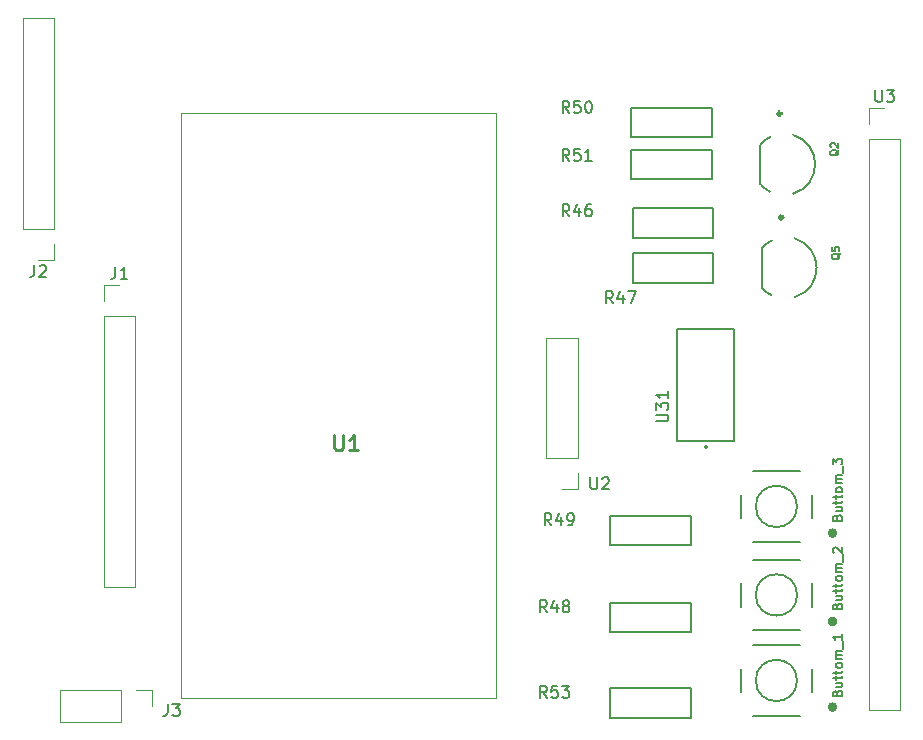
<source format=gto>
%TF.GenerationSoftware,KiCad,Pcbnew,(5.1.10)-1*%
%TF.CreationDate,2021-12-13T23:16:41-03:00*%
%TF.ProjectId,Placa Digital,506c6163-6120-4446-9967-6974616c2e6b,V01*%
%TF.SameCoordinates,Original*%
%TF.FileFunction,Legend,Top*%
%TF.FilePolarity,Positive*%
%FSLAX46Y46*%
G04 Gerber Fmt 4.6, Leading zero omitted, Abs format (unit mm)*
G04 Created by KiCad (PCBNEW (5.1.10)-1) date 2021-12-13 23:16:41*
%MOMM*%
%LPD*%
G01*
G04 APERTURE LIST*
%ADD10C,0.127000*%
%ADD11C,0.300000*%
%ADD12C,0.120000*%
%ADD13C,0.400000*%
%ADD14C,0.200000*%
%ADD15C,0.150000*%
%ADD16C,0.254000*%
G04 APERTURE END LIST*
D10*
%TO.C,Q2*%
X150792001Y-89154000D02*
G75*
G03*
X151615000Y-89815000I1689448J1260652D01*
G01*
X150793001Y-85842000D02*
G75*
G02*
X151616000Y-85181000I1689448J-1260652D01*
G01*
X153555000Y-84999999D02*
G75*
G02*
X153577000Y-89974000I-725683J-2490259D01*
G01*
X150793000Y-85842000D02*
X150793000Y-89164000D01*
D11*
X152557419Y-83203000D02*
G75*
G03*
X152557419Y-83203000I-141419J0D01*
G01*
D12*
%TO.C,U1*%
X101727000Y-83185000D02*
X104267000Y-83185000D01*
X101727000Y-132715000D02*
X101727000Y-83185000D01*
X128397000Y-132715000D02*
X101727000Y-132715000D01*
X128397000Y-83185000D02*
X128397000Y-132715000D01*
X127127000Y-83185000D02*
X128397000Y-83185000D01*
X102997000Y-83185000D02*
X127127000Y-83185000D01*
%TO.C,J3*%
X91507000Y-132020000D02*
X91507000Y-134680000D01*
X96647000Y-132020000D02*
X91507000Y-132020000D01*
X96647000Y-134680000D02*
X91507000Y-134680000D01*
X96647000Y-132020000D02*
X96647000Y-134680000D01*
X97917000Y-132020000D02*
X99247000Y-132020000D01*
X99247000Y-132020000D02*
X99247000Y-133350000D01*
%TO.C,J2*%
X90992000Y-75124000D02*
X88332000Y-75124000D01*
X90992000Y-92964000D02*
X90992000Y-75124000D01*
X88332000Y-92964000D02*
X88332000Y-75124000D01*
X90992000Y-92964000D02*
X88332000Y-92964000D01*
X90992000Y-94234000D02*
X90992000Y-95564000D01*
X90992000Y-95564000D02*
X89662000Y-95564000D01*
%TO.C,J1*%
X95190000Y-123250000D02*
X97850000Y-123250000D01*
X95190000Y-100330000D02*
X95190000Y-123250000D01*
X97850000Y-100330000D02*
X97850000Y-123250000D01*
X95190000Y-100330000D02*
X97850000Y-100330000D01*
X95190000Y-99060000D02*
X95190000Y-97730000D01*
X95190000Y-97730000D02*
X96520000Y-97730000D01*
D10*
%TO.C,Q5*%
X150919001Y-97917000D02*
G75*
G03*
X151742000Y-98578000I1689448J1260652D01*
G01*
X150920001Y-94605000D02*
G75*
G02*
X151743000Y-93944000I1689448J-1260652D01*
G01*
X153682000Y-93762999D02*
G75*
G02*
X153704000Y-98737000I-725683J-2490259D01*
G01*
X150920000Y-94605000D02*
X150920000Y-97927000D01*
D11*
X152684419Y-91966000D02*
G75*
G03*
X152684419Y-91966000I-141419J0D01*
G01*
D10*
%TO.C,Buttom_3*%
X155146000Y-117459000D02*
X155146000Y-115459000D01*
X149146000Y-117459000D02*
X149146000Y-115459000D01*
X154146000Y-119459000D02*
X150146000Y-119459000D01*
X154146000Y-113459000D02*
X150146000Y-113459000D01*
X153896000Y-116459000D02*
G75*
G03*
X153896000Y-116459000I-1750000J0D01*
G01*
D13*
X157096000Y-118709000D02*
G75*
G03*
X157096000Y-118709000I-200000J0D01*
G01*
D10*
%TO.C,Buttom_2*%
X155146000Y-124952000D02*
X155146000Y-122952000D01*
X149146000Y-124952000D02*
X149146000Y-122952000D01*
X154146000Y-126952000D02*
X150146000Y-126952000D01*
X154146000Y-120952000D02*
X150146000Y-120952000D01*
X153896000Y-123952000D02*
G75*
G03*
X153896000Y-123952000I-1750000J0D01*
G01*
D13*
X157096000Y-126202000D02*
G75*
G03*
X157096000Y-126202000I-200000J0D01*
G01*
D10*
%TO.C,Buttom_1*%
X155146000Y-132191000D02*
X155146000Y-130191000D01*
X149146000Y-132191000D02*
X149146000Y-130191000D01*
X154146000Y-134191000D02*
X150146000Y-134191000D01*
X154146000Y-128191000D02*
X150146000Y-128191000D01*
X153896000Y-131191000D02*
G75*
G03*
X153896000Y-131191000I-1750000J0D01*
G01*
D13*
X157096000Y-133441000D02*
G75*
G03*
X157096000Y-133441000I-200000J0D01*
G01*
D10*
%TO.C,R50*%
X139856000Y-82683000D02*
X146656000Y-82683000D01*
X146656000Y-82683000D02*
X146656000Y-85183000D01*
X146656000Y-85183000D02*
X139856000Y-85183000D01*
X139856000Y-85183000D02*
X139856000Y-82683000D01*
%TO.C,R46*%
X139983000Y-91206000D02*
X146783000Y-91206000D01*
X146783000Y-91206000D02*
X146783000Y-93706000D01*
X146783000Y-93706000D02*
X139983000Y-93706000D01*
X139983000Y-93706000D02*
X139983000Y-91206000D01*
D12*
%TO.C,U2*%
X135315000Y-114995000D02*
X133985000Y-114995000D01*
X135315000Y-113665000D02*
X135315000Y-114995000D01*
X135315000Y-112395000D02*
X132655000Y-112395000D01*
X132655000Y-112395000D02*
X132655000Y-102175000D01*
X135315000Y-112395000D02*
X135315000Y-102175000D01*
X135315000Y-102175000D02*
X132655000Y-102175000D01*
%TO.C,U3*%
X159960000Y-82744000D02*
X161290000Y-82744000D01*
X159960000Y-84074000D02*
X159960000Y-82744000D01*
X159960000Y-85344000D02*
X162620000Y-85344000D01*
X162620000Y-85344000D02*
X162620000Y-133664000D01*
X159960000Y-85344000D02*
X159960000Y-133664000D01*
X159960000Y-133664000D02*
X162620000Y-133664000D01*
D14*
%TO.C,U31*%
X146277000Y-111422000D02*
G75*
G03*
X146277000Y-111422000I-100000J0D01*
G01*
D10*
X148587000Y-101407000D02*
X148587000Y-110937000D01*
X148587000Y-110937000D02*
X143757000Y-110937000D01*
X143757000Y-101407000D02*
X148587000Y-101407000D01*
X143757000Y-110937000D02*
X143757000Y-101407000D01*
%TO.C,R51*%
X146656000Y-86253000D02*
X146656000Y-88753000D01*
X139856000Y-86253000D02*
X146656000Y-86253000D01*
X139856000Y-88753000D02*
X139856000Y-86253000D01*
X146656000Y-88753000D02*
X139856000Y-88753000D01*
%TO.C,R47*%
X146783000Y-95016000D02*
X146783000Y-97516000D01*
X139983000Y-95016000D02*
X146783000Y-95016000D01*
X139983000Y-97516000D02*
X139983000Y-95016000D01*
X146783000Y-97516000D02*
X139983000Y-97516000D01*
%TO.C,R49*%
X144878000Y-117241000D02*
X144878000Y-119741000D01*
X138078000Y-117241000D02*
X144878000Y-117241000D01*
X138078000Y-119741000D02*
X138078000Y-117241000D01*
X144878000Y-119741000D02*
X138078000Y-119741000D01*
%TO.C,R48*%
X144878000Y-124607000D02*
X144878000Y-127107000D01*
X138078000Y-124607000D02*
X144878000Y-124607000D01*
X138078000Y-127107000D02*
X138078000Y-124607000D01*
X144878000Y-127107000D02*
X138078000Y-127107000D01*
%TO.C,R53*%
X144878000Y-131846000D02*
X144878000Y-134346000D01*
X138078000Y-131846000D02*
X144878000Y-131846000D01*
X138078000Y-134346000D02*
X138078000Y-131846000D01*
X144878000Y-134346000D02*
X138078000Y-134346000D01*
%TO.C,Q2*%
D15*
X157411185Y-86276857D02*
X157380707Y-86337814D01*
X157319749Y-86398771D01*
X157228314Y-86490207D01*
X157197835Y-86551164D01*
X157197835Y-86612121D01*
X157350228Y-86581642D02*
X157319749Y-86642600D01*
X157258792Y-86703557D01*
X157136878Y-86734035D01*
X156923528Y-86734035D01*
X156801614Y-86703557D01*
X156740657Y-86642600D01*
X156710178Y-86581642D01*
X156710178Y-86459728D01*
X156740657Y-86398771D01*
X156801614Y-86337814D01*
X156923528Y-86307335D01*
X157136878Y-86307335D01*
X157258792Y-86337814D01*
X157319749Y-86398771D01*
X157350228Y-86459728D01*
X157350228Y-86581642D01*
X156771135Y-86063507D02*
X156740657Y-86033028D01*
X156710178Y-85972071D01*
X156710178Y-85819678D01*
X156740657Y-85758721D01*
X156771135Y-85728242D01*
X156832092Y-85697764D01*
X156893049Y-85697764D01*
X156984485Y-85728242D01*
X157350228Y-86093985D01*
X157350228Y-85697764D01*
%TO.C,U1*%
D16*
X114729380Y-110429523D02*
X114729380Y-111457619D01*
X114789857Y-111578571D01*
X114850333Y-111639047D01*
X114971285Y-111699523D01*
X115213190Y-111699523D01*
X115334142Y-111639047D01*
X115394619Y-111578571D01*
X115455095Y-111457619D01*
X115455095Y-110429523D01*
X116725095Y-111699523D02*
X115999380Y-111699523D01*
X116362238Y-111699523D02*
X116362238Y-110429523D01*
X116241285Y-110610952D01*
X116120333Y-110731904D01*
X115999380Y-110792380D01*
%TO.C,J3*%
D15*
X100631666Y-133183380D02*
X100631666Y-133897666D01*
X100584047Y-134040523D01*
X100488809Y-134135761D01*
X100345952Y-134183380D01*
X100250714Y-134183380D01*
X101012619Y-133183380D02*
X101631666Y-133183380D01*
X101298333Y-133564333D01*
X101441190Y-133564333D01*
X101536428Y-133611952D01*
X101584047Y-133659571D01*
X101631666Y-133754809D01*
X101631666Y-133992904D01*
X101584047Y-134088142D01*
X101536428Y-134135761D01*
X101441190Y-134183380D01*
X101155476Y-134183380D01*
X101060238Y-134135761D01*
X101012619Y-134088142D01*
%TO.C,J2*%
X89328666Y-96016380D02*
X89328666Y-96730666D01*
X89281047Y-96873523D01*
X89185809Y-96968761D01*
X89042952Y-97016380D01*
X88947714Y-97016380D01*
X89757238Y-96111619D02*
X89804857Y-96064000D01*
X89900095Y-96016380D01*
X90138190Y-96016380D01*
X90233428Y-96064000D01*
X90281047Y-96111619D01*
X90328666Y-96206857D01*
X90328666Y-96302095D01*
X90281047Y-96444952D01*
X89709619Y-97016380D01*
X90328666Y-97016380D01*
%TO.C,J1*%
X96186666Y-96182380D02*
X96186666Y-96896666D01*
X96139047Y-97039523D01*
X96043809Y-97134761D01*
X95900952Y-97182380D01*
X95805714Y-97182380D01*
X97186666Y-97182380D02*
X96615238Y-97182380D01*
X96900952Y-97182380D02*
X96900952Y-96182380D01*
X96805714Y-96325238D01*
X96710476Y-96420476D01*
X96615238Y-96468095D01*
%TO.C,Q5*%
X157538185Y-95039857D02*
X157507707Y-95100814D01*
X157446749Y-95161771D01*
X157355314Y-95253207D01*
X157324835Y-95314164D01*
X157324835Y-95375121D01*
X157477228Y-95344642D02*
X157446749Y-95405600D01*
X157385792Y-95466557D01*
X157263878Y-95497035D01*
X157050528Y-95497035D01*
X156928614Y-95466557D01*
X156867657Y-95405600D01*
X156837178Y-95344642D01*
X156837178Y-95222728D01*
X156867657Y-95161771D01*
X156928614Y-95100814D01*
X157050528Y-95070335D01*
X157263878Y-95070335D01*
X157385792Y-95100814D01*
X157446749Y-95161771D01*
X157477228Y-95222728D01*
X157477228Y-95344642D01*
X156837178Y-94491242D02*
X156837178Y-94796028D01*
X157141964Y-94826507D01*
X157111485Y-94796028D01*
X157081007Y-94735071D01*
X157081007Y-94582678D01*
X157111485Y-94521721D01*
X157141964Y-94491242D01*
X157202921Y-94460764D01*
X157355314Y-94460764D01*
X157416271Y-94491242D01*
X157446749Y-94521721D01*
X157477228Y-94582678D01*
X157477228Y-94735071D01*
X157446749Y-94796028D01*
X157416271Y-94826507D01*
%TO.C,Buttom_3*%
X157295771Y-117408362D02*
X157333923Y-117293905D01*
X157372076Y-117255753D01*
X157448380Y-117217601D01*
X157562837Y-117217601D01*
X157639141Y-117255753D01*
X157677294Y-117293905D01*
X157715446Y-117370210D01*
X157715446Y-117675428D01*
X156914249Y-117675428D01*
X156914249Y-117408362D01*
X156952401Y-117332058D01*
X156990553Y-117293905D01*
X157066858Y-117255753D01*
X157143162Y-117255753D01*
X157219467Y-117293905D01*
X157257619Y-117332058D01*
X157295771Y-117408362D01*
X157295771Y-117675428D01*
X157181314Y-116530861D02*
X157715446Y-116530861D01*
X157181314Y-116874231D02*
X157600989Y-116874231D01*
X157677294Y-116836079D01*
X157715446Y-116759774D01*
X157715446Y-116645317D01*
X157677294Y-116569013D01*
X157639141Y-116530861D01*
X157181314Y-116263795D02*
X157181314Y-115958577D01*
X156914249Y-116149338D02*
X157600989Y-116149338D01*
X157677294Y-116111186D01*
X157715446Y-116034882D01*
X157715446Y-115958577D01*
X157181314Y-115805968D02*
X157181314Y-115500750D01*
X156914249Y-115691511D02*
X157600989Y-115691511D01*
X157677294Y-115653359D01*
X157715446Y-115577055D01*
X157715446Y-115500750D01*
X157715446Y-115119228D02*
X157677294Y-115195532D01*
X157639141Y-115233685D01*
X157562837Y-115271837D01*
X157333923Y-115271837D01*
X157257619Y-115233685D01*
X157219467Y-115195532D01*
X157181314Y-115119228D01*
X157181314Y-115004771D01*
X157219467Y-114928467D01*
X157257619Y-114890314D01*
X157333923Y-114852162D01*
X157562837Y-114852162D01*
X157639141Y-114890314D01*
X157677294Y-114928467D01*
X157715446Y-115004771D01*
X157715446Y-115119228D01*
X157715446Y-114508792D02*
X157181314Y-114508792D01*
X157257619Y-114508792D02*
X157219467Y-114470640D01*
X157181314Y-114394335D01*
X157181314Y-114279879D01*
X157219467Y-114203574D01*
X157295771Y-114165422D01*
X157715446Y-114165422D01*
X157295771Y-114165422D02*
X157219467Y-114127270D01*
X157181314Y-114050965D01*
X157181314Y-113936508D01*
X157219467Y-113860204D01*
X157295771Y-113822052D01*
X157715446Y-113822052D01*
X157791750Y-113631291D02*
X157791750Y-113020855D01*
X156914249Y-112906398D02*
X156914249Y-112410419D01*
X157219467Y-112677485D01*
X157219467Y-112563028D01*
X157257619Y-112486723D01*
X157295771Y-112448571D01*
X157372076Y-112410419D01*
X157562837Y-112410419D01*
X157639141Y-112448571D01*
X157677294Y-112486723D01*
X157715446Y-112563028D01*
X157715446Y-112791941D01*
X157677294Y-112868246D01*
X157639141Y-112906398D01*
%TO.C,Buttom_2*%
X157295771Y-124901362D02*
X157333923Y-124786905D01*
X157372076Y-124748753D01*
X157448380Y-124710601D01*
X157562837Y-124710601D01*
X157639141Y-124748753D01*
X157677294Y-124786905D01*
X157715446Y-124863210D01*
X157715446Y-125168428D01*
X156914249Y-125168428D01*
X156914249Y-124901362D01*
X156952401Y-124825058D01*
X156990553Y-124786905D01*
X157066858Y-124748753D01*
X157143162Y-124748753D01*
X157219467Y-124786905D01*
X157257619Y-124825058D01*
X157295771Y-124901362D01*
X157295771Y-125168428D01*
X157181314Y-124023861D02*
X157715446Y-124023861D01*
X157181314Y-124367231D02*
X157600989Y-124367231D01*
X157677294Y-124329079D01*
X157715446Y-124252774D01*
X157715446Y-124138317D01*
X157677294Y-124062013D01*
X157639141Y-124023861D01*
X157181314Y-123756795D02*
X157181314Y-123451577D01*
X156914249Y-123642338D02*
X157600989Y-123642338D01*
X157677294Y-123604186D01*
X157715446Y-123527882D01*
X157715446Y-123451577D01*
X157181314Y-123298968D02*
X157181314Y-122993750D01*
X156914249Y-123184511D02*
X157600989Y-123184511D01*
X157677294Y-123146359D01*
X157715446Y-123070055D01*
X157715446Y-122993750D01*
X157715446Y-122612228D02*
X157677294Y-122688532D01*
X157639141Y-122726685D01*
X157562837Y-122764837D01*
X157333923Y-122764837D01*
X157257619Y-122726685D01*
X157219467Y-122688532D01*
X157181314Y-122612228D01*
X157181314Y-122497771D01*
X157219467Y-122421467D01*
X157257619Y-122383314D01*
X157333923Y-122345162D01*
X157562837Y-122345162D01*
X157639141Y-122383314D01*
X157677294Y-122421467D01*
X157715446Y-122497771D01*
X157715446Y-122612228D01*
X157715446Y-122001792D02*
X157181314Y-122001792D01*
X157257619Y-122001792D02*
X157219467Y-121963640D01*
X157181314Y-121887335D01*
X157181314Y-121772879D01*
X157219467Y-121696574D01*
X157295771Y-121658422D01*
X157715446Y-121658422D01*
X157295771Y-121658422D02*
X157219467Y-121620270D01*
X157181314Y-121543965D01*
X157181314Y-121429508D01*
X157219467Y-121353204D01*
X157295771Y-121315052D01*
X157715446Y-121315052D01*
X157791750Y-121124291D02*
X157791750Y-120513855D01*
X156990553Y-120361246D02*
X156952401Y-120323094D01*
X156914249Y-120246789D01*
X156914249Y-120056028D01*
X156952401Y-119979723D01*
X156990553Y-119941571D01*
X157066858Y-119903419D01*
X157143162Y-119903419D01*
X157257619Y-119941571D01*
X157715446Y-120399398D01*
X157715446Y-119903419D01*
%TO.C,Buttom_1*%
X157295771Y-132267362D02*
X157333923Y-132152905D01*
X157372076Y-132114753D01*
X157448380Y-132076601D01*
X157562837Y-132076601D01*
X157639141Y-132114753D01*
X157677294Y-132152905D01*
X157715446Y-132229210D01*
X157715446Y-132534428D01*
X156914249Y-132534428D01*
X156914249Y-132267362D01*
X156952401Y-132191058D01*
X156990553Y-132152905D01*
X157066858Y-132114753D01*
X157143162Y-132114753D01*
X157219467Y-132152905D01*
X157257619Y-132191058D01*
X157295771Y-132267362D01*
X157295771Y-132534428D01*
X157181314Y-131389861D02*
X157715446Y-131389861D01*
X157181314Y-131733231D02*
X157600989Y-131733231D01*
X157677294Y-131695079D01*
X157715446Y-131618774D01*
X157715446Y-131504317D01*
X157677294Y-131428013D01*
X157639141Y-131389861D01*
X157181314Y-131122795D02*
X157181314Y-130817577D01*
X156914249Y-131008338D02*
X157600989Y-131008338D01*
X157677294Y-130970186D01*
X157715446Y-130893882D01*
X157715446Y-130817577D01*
X157181314Y-130664968D02*
X157181314Y-130359750D01*
X156914249Y-130550511D02*
X157600989Y-130550511D01*
X157677294Y-130512359D01*
X157715446Y-130436055D01*
X157715446Y-130359750D01*
X157715446Y-129978228D02*
X157677294Y-130054532D01*
X157639141Y-130092685D01*
X157562837Y-130130837D01*
X157333923Y-130130837D01*
X157257619Y-130092685D01*
X157219467Y-130054532D01*
X157181314Y-129978228D01*
X157181314Y-129863771D01*
X157219467Y-129787467D01*
X157257619Y-129749314D01*
X157333923Y-129711162D01*
X157562837Y-129711162D01*
X157639141Y-129749314D01*
X157677294Y-129787467D01*
X157715446Y-129863771D01*
X157715446Y-129978228D01*
X157715446Y-129367792D02*
X157181314Y-129367792D01*
X157257619Y-129367792D02*
X157219467Y-129329640D01*
X157181314Y-129253335D01*
X157181314Y-129138879D01*
X157219467Y-129062574D01*
X157295771Y-129024422D01*
X157715446Y-129024422D01*
X157295771Y-129024422D02*
X157219467Y-128986270D01*
X157181314Y-128909965D01*
X157181314Y-128795508D01*
X157219467Y-128719204D01*
X157295771Y-128681052D01*
X157715446Y-128681052D01*
X157791750Y-128490291D02*
X157791750Y-127879855D01*
X157715446Y-127269419D02*
X157715446Y-127727246D01*
X157715446Y-127498332D02*
X156914249Y-127498332D01*
X157028705Y-127574637D01*
X157105010Y-127650941D01*
X157143162Y-127727246D01*
%TO.C,R50*%
X134612142Y-83129380D02*
X134278809Y-82653190D01*
X134040714Y-83129380D02*
X134040714Y-82129380D01*
X134421666Y-82129380D01*
X134516904Y-82177000D01*
X134564523Y-82224619D01*
X134612142Y-82319857D01*
X134612142Y-82462714D01*
X134564523Y-82557952D01*
X134516904Y-82605571D01*
X134421666Y-82653190D01*
X134040714Y-82653190D01*
X135516904Y-82129380D02*
X135040714Y-82129380D01*
X134993095Y-82605571D01*
X135040714Y-82557952D01*
X135135952Y-82510333D01*
X135374047Y-82510333D01*
X135469285Y-82557952D01*
X135516904Y-82605571D01*
X135564523Y-82700809D01*
X135564523Y-82938904D01*
X135516904Y-83034142D01*
X135469285Y-83081761D01*
X135374047Y-83129380D01*
X135135952Y-83129380D01*
X135040714Y-83081761D01*
X134993095Y-83034142D01*
X136183571Y-82129380D02*
X136278809Y-82129380D01*
X136374047Y-82177000D01*
X136421666Y-82224619D01*
X136469285Y-82319857D01*
X136516904Y-82510333D01*
X136516904Y-82748428D01*
X136469285Y-82938904D01*
X136421666Y-83034142D01*
X136374047Y-83081761D01*
X136278809Y-83129380D01*
X136183571Y-83129380D01*
X136088333Y-83081761D01*
X136040714Y-83034142D01*
X135993095Y-82938904D01*
X135945476Y-82748428D01*
X135945476Y-82510333D01*
X135993095Y-82319857D01*
X136040714Y-82224619D01*
X136088333Y-82177000D01*
X136183571Y-82129380D01*
%TO.C,R46*%
X134612142Y-91892380D02*
X134278809Y-91416190D01*
X134040714Y-91892380D02*
X134040714Y-90892380D01*
X134421666Y-90892380D01*
X134516904Y-90940000D01*
X134564523Y-90987619D01*
X134612142Y-91082857D01*
X134612142Y-91225714D01*
X134564523Y-91320952D01*
X134516904Y-91368571D01*
X134421666Y-91416190D01*
X134040714Y-91416190D01*
X135469285Y-91225714D02*
X135469285Y-91892380D01*
X135231190Y-90844761D02*
X134993095Y-91559047D01*
X135612142Y-91559047D01*
X136421666Y-90892380D02*
X136231190Y-90892380D01*
X136135952Y-90940000D01*
X136088333Y-90987619D01*
X135993095Y-91130476D01*
X135945476Y-91320952D01*
X135945476Y-91701904D01*
X135993095Y-91797142D01*
X136040714Y-91844761D01*
X136135952Y-91892380D01*
X136326428Y-91892380D01*
X136421666Y-91844761D01*
X136469285Y-91797142D01*
X136516904Y-91701904D01*
X136516904Y-91463809D01*
X136469285Y-91368571D01*
X136421666Y-91320952D01*
X136326428Y-91273333D01*
X136135952Y-91273333D01*
X136040714Y-91320952D01*
X135993095Y-91368571D01*
X135945476Y-91463809D01*
%TO.C,U2*%
X136398095Y-114006380D02*
X136398095Y-114815904D01*
X136445714Y-114911142D01*
X136493333Y-114958761D01*
X136588571Y-115006380D01*
X136779047Y-115006380D01*
X136874285Y-114958761D01*
X136921904Y-114911142D01*
X136969523Y-114815904D01*
X136969523Y-114006380D01*
X137398095Y-114101619D02*
X137445714Y-114054000D01*
X137540952Y-114006380D01*
X137779047Y-114006380D01*
X137874285Y-114054000D01*
X137921904Y-114101619D01*
X137969523Y-114196857D01*
X137969523Y-114292095D01*
X137921904Y-114434952D01*
X137350476Y-115006380D01*
X137969523Y-115006380D01*
%TO.C,U3*%
X160528095Y-81196380D02*
X160528095Y-82005904D01*
X160575714Y-82101142D01*
X160623333Y-82148761D01*
X160718571Y-82196380D01*
X160909047Y-82196380D01*
X161004285Y-82148761D01*
X161051904Y-82101142D01*
X161099523Y-82005904D01*
X161099523Y-81196380D01*
X161480476Y-81196380D02*
X162099523Y-81196380D01*
X161766190Y-81577333D01*
X161909047Y-81577333D01*
X162004285Y-81624952D01*
X162051904Y-81672571D01*
X162099523Y-81767809D01*
X162099523Y-82005904D01*
X162051904Y-82101142D01*
X162004285Y-82148761D01*
X161909047Y-82196380D01*
X161623333Y-82196380D01*
X161528095Y-82148761D01*
X161480476Y-82101142D01*
%TO.C,U31*%
X141976455Y-109248238D02*
X142789446Y-109248238D01*
X142885092Y-109200415D01*
X142932915Y-109152592D01*
X142980738Y-109056946D01*
X142980738Y-108865654D01*
X142932915Y-108770008D01*
X142885092Y-108722185D01*
X142789446Y-108674362D01*
X141976455Y-108674362D01*
X141976455Y-108291778D02*
X141976455Y-107670079D01*
X142359039Y-108004840D01*
X142359039Y-107861371D01*
X142406862Y-107765725D01*
X142454685Y-107717902D01*
X142550331Y-107670079D01*
X142789446Y-107670079D01*
X142885092Y-107717902D01*
X142932915Y-107765725D01*
X142980738Y-107861371D01*
X142980738Y-108148309D01*
X142932915Y-108243955D01*
X142885092Y-108291778D01*
X142980738Y-106713619D02*
X142980738Y-107287495D01*
X142980738Y-107000557D02*
X141976455Y-107000557D01*
X142119924Y-107096203D01*
X142215570Y-107191849D01*
X142263393Y-107287495D01*
%TO.C,R51*%
X134612142Y-87193380D02*
X134278809Y-86717190D01*
X134040714Y-87193380D02*
X134040714Y-86193380D01*
X134421666Y-86193380D01*
X134516904Y-86241000D01*
X134564523Y-86288619D01*
X134612142Y-86383857D01*
X134612142Y-86526714D01*
X134564523Y-86621952D01*
X134516904Y-86669571D01*
X134421666Y-86717190D01*
X134040714Y-86717190D01*
X135516904Y-86193380D02*
X135040714Y-86193380D01*
X134993095Y-86669571D01*
X135040714Y-86621952D01*
X135135952Y-86574333D01*
X135374047Y-86574333D01*
X135469285Y-86621952D01*
X135516904Y-86669571D01*
X135564523Y-86764809D01*
X135564523Y-87002904D01*
X135516904Y-87098142D01*
X135469285Y-87145761D01*
X135374047Y-87193380D01*
X135135952Y-87193380D01*
X135040714Y-87145761D01*
X134993095Y-87098142D01*
X136516904Y-87193380D02*
X135945476Y-87193380D01*
X136231190Y-87193380D02*
X136231190Y-86193380D01*
X136135952Y-86336238D01*
X136040714Y-86431476D01*
X135945476Y-86479095D01*
%TO.C,R47*%
X138295142Y-99258380D02*
X137961809Y-98782190D01*
X137723714Y-99258380D02*
X137723714Y-98258380D01*
X138104666Y-98258380D01*
X138199904Y-98306000D01*
X138247523Y-98353619D01*
X138295142Y-98448857D01*
X138295142Y-98591714D01*
X138247523Y-98686952D01*
X138199904Y-98734571D01*
X138104666Y-98782190D01*
X137723714Y-98782190D01*
X139152285Y-98591714D02*
X139152285Y-99258380D01*
X138914190Y-98210761D02*
X138676095Y-98925047D01*
X139295142Y-98925047D01*
X139580857Y-98258380D02*
X140247523Y-98258380D01*
X139818952Y-99258380D01*
%TO.C,R49*%
X133088142Y-118054380D02*
X132754809Y-117578190D01*
X132516714Y-118054380D02*
X132516714Y-117054380D01*
X132897666Y-117054380D01*
X132992904Y-117102000D01*
X133040523Y-117149619D01*
X133088142Y-117244857D01*
X133088142Y-117387714D01*
X133040523Y-117482952D01*
X132992904Y-117530571D01*
X132897666Y-117578190D01*
X132516714Y-117578190D01*
X133945285Y-117387714D02*
X133945285Y-118054380D01*
X133707190Y-117006761D02*
X133469095Y-117721047D01*
X134088142Y-117721047D01*
X134516714Y-118054380D02*
X134707190Y-118054380D01*
X134802428Y-118006761D01*
X134850047Y-117959142D01*
X134945285Y-117816285D01*
X134992904Y-117625809D01*
X134992904Y-117244857D01*
X134945285Y-117149619D01*
X134897666Y-117102000D01*
X134802428Y-117054380D01*
X134611952Y-117054380D01*
X134516714Y-117102000D01*
X134469095Y-117149619D01*
X134421476Y-117244857D01*
X134421476Y-117482952D01*
X134469095Y-117578190D01*
X134516714Y-117625809D01*
X134611952Y-117673428D01*
X134802428Y-117673428D01*
X134897666Y-117625809D01*
X134945285Y-117578190D01*
X134992904Y-117482952D01*
%TO.C,R48*%
X132707142Y-125420380D02*
X132373809Y-124944190D01*
X132135714Y-125420380D02*
X132135714Y-124420380D01*
X132516666Y-124420380D01*
X132611904Y-124468000D01*
X132659523Y-124515619D01*
X132707142Y-124610857D01*
X132707142Y-124753714D01*
X132659523Y-124848952D01*
X132611904Y-124896571D01*
X132516666Y-124944190D01*
X132135714Y-124944190D01*
X133564285Y-124753714D02*
X133564285Y-125420380D01*
X133326190Y-124372761D02*
X133088095Y-125087047D01*
X133707142Y-125087047D01*
X134230952Y-124848952D02*
X134135714Y-124801333D01*
X134088095Y-124753714D01*
X134040476Y-124658476D01*
X134040476Y-124610857D01*
X134088095Y-124515619D01*
X134135714Y-124468000D01*
X134230952Y-124420380D01*
X134421428Y-124420380D01*
X134516666Y-124468000D01*
X134564285Y-124515619D01*
X134611904Y-124610857D01*
X134611904Y-124658476D01*
X134564285Y-124753714D01*
X134516666Y-124801333D01*
X134421428Y-124848952D01*
X134230952Y-124848952D01*
X134135714Y-124896571D01*
X134088095Y-124944190D01*
X134040476Y-125039428D01*
X134040476Y-125229904D01*
X134088095Y-125325142D01*
X134135714Y-125372761D01*
X134230952Y-125420380D01*
X134421428Y-125420380D01*
X134516666Y-125372761D01*
X134564285Y-125325142D01*
X134611904Y-125229904D01*
X134611904Y-125039428D01*
X134564285Y-124944190D01*
X134516666Y-124896571D01*
X134421428Y-124848952D01*
%TO.C,R53*%
X132707142Y-132659380D02*
X132373809Y-132183190D01*
X132135714Y-132659380D02*
X132135714Y-131659380D01*
X132516666Y-131659380D01*
X132611904Y-131707000D01*
X132659523Y-131754619D01*
X132707142Y-131849857D01*
X132707142Y-131992714D01*
X132659523Y-132087952D01*
X132611904Y-132135571D01*
X132516666Y-132183190D01*
X132135714Y-132183190D01*
X133611904Y-131659380D02*
X133135714Y-131659380D01*
X133088095Y-132135571D01*
X133135714Y-132087952D01*
X133230952Y-132040333D01*
X133469047Y-132040333D01*
X133564285Y-132087952D01*
X133611904Y-132135571D01*
X133659523Y-132230809D01*
X133659523Y-132468904D01*
X133611904Y-132564142D01*
X133564285Y-132611761D01*
X133469047Y-132659380D01*
X133230952Y-132659380D01*
X133135714Y-132611761D01*
X133088095Y-132564142D01*
X133992857Y-131659380D02*
X134611904Y-131659380D01*
X134278571Y-132040333D01*
X134421428Y-132040333D01*
X134516666Y-132087952D01*
X134564285Y-132135571D01*
X134611904Y-132230809D01*
X134611904Y-132468904D01*
X134564285Y-132564142D01*
X134516666Y-132611761D01*
X134421428Y-132659380D01*
X134135714Y-132659380D01*
X134040476Y-132611761D01*
X133992857Y-132564142D01*
%TD*%
M02*

</source>
